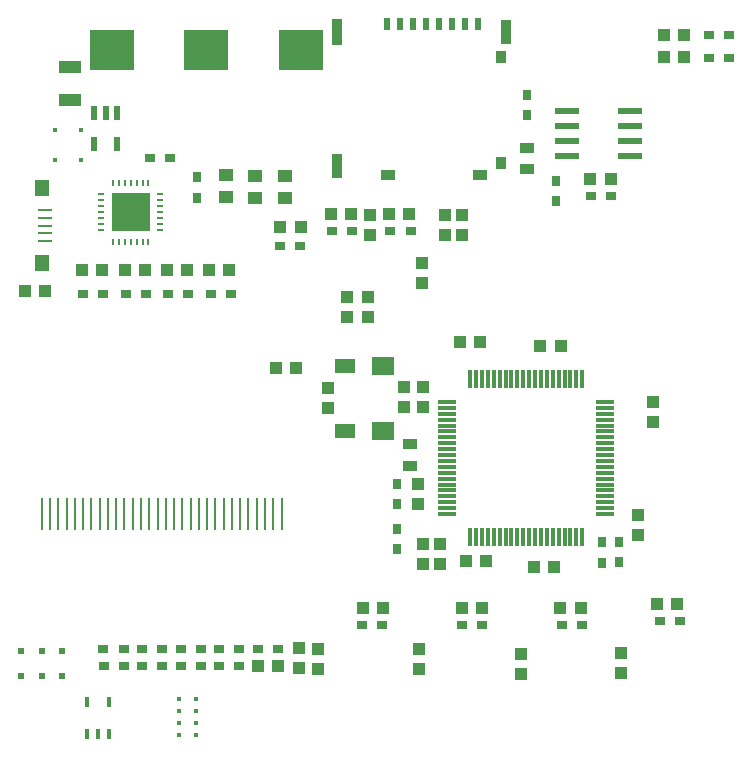
<source format=gbr>
%TF.GenerationSoftware,Novarm,DipTrace,3.2.0.1*%
%TF.CreationDate,2018-09-21T15:33:12-08:00*%
%FSLAX26Y26*%
%MOIN*%
%TF.FileFunction,Paste,Top*%
%TF.Part,Single*%
%AMOUTLINE0*
4,1,4,
-0.035433,0.019685,
-0.035433,-0.019685,
0.035433,-0.019685,
0.035433,0.019685,
-0.035433,0.019685,
0*%
%AMOUTLINE2*
4,1,4,
-0.023622,0.015748,
-0.023622,-0.015748,
0.023622,-0.015748,
0.023622,0.015748,
-0.023622,0.015748,
0*%
%AMOUTLINE3*
4,1,4,
-0.010827,-0.023622,
0.010827,-0.023622,
0.010827,0.023622,
-0.010827,0.023622,
-0.010827,-0.023622,
0*%
%ADD26R,0.03937X0.043307*%
%ADD27R,0.043307X0.03937*%
%ADD50R,0.062992X0.011811*%
%ADD51R,0.011811X0.062992*%
%ADD64R,0.07874X0.023622*%
%ADD66R,0.074803X0.059055*%
%ADD81R,0.066803X0.051055*%
%ADD89R,0.011685X0.003811*%
%ADD91R,0.003811X0.011685*%
%ADD93R,0.015622X0.035307*%
%ADD95R,0.007748X0.11011*%
%ADD97R,0.129795X0.129795*%
%ADD99O,0.003811X0.025465*%
%ADD101O,0.025465X0.003811*%
%ADD107R,0.021528X0.021528*%
%ADD111R,0.037669X0.041213*%
%ADD113R,0.037669X0.039244*%
%ADD115R,0.051055X0.037276*%
%ADD117R,0.037276X0.078614*%
%ADD119R,0.037276X0.090425*%
%ADD121R,0.023496X0.040819*%
%ADD125R,0.047118X0.054992*%
%ADD127R,0.04515X0.007748*%
%ADD133R,0.015622X0.015622*%
%ADD135R,0.051055X0.043181*%
%ADD137R,0.035307X0.03137*%
%ADD139R,0.03137X0.035307*%
%ADD141R,0.14948X0.133732*%
%ADD146OUTLINE0*%
%ADD148OUTLINE2*%
%ADD149OUTLINE3*%
G75*
G01*
%LPD*%
D141*
X1406202Y2734324D3*
X1091242D3*
X776281D3*
D26*
X1796824Y1287450D3*
Y1220521D3*
X1749809Y1543843D3*
Y1610772D3*
X1497617Y1541625D3*
Y1608554D3*
D139*
X1728075Y1221827D3*
Y1288756D3*
D26*
X1815427Y1543843D3*
Y1610772D3*
D139*
X1728075Y1137450D3*
Y1070521D3*
D27*
X2006032Y1762570D3*
X1939103D3*
X1956365Y1031257D3*
X2023294D3*
D26*
X2531200Y1118696D3*
Y1185625D3*
D27*
X2249756Y1012649D3*
X2182827D3*
D26*
X2580971Y1493848D3*
Y1560777D3*
D135*
X1156201Y2318701D3*
Y2243898D3*
D27*
X2206011Y1750071D3*
X2272940D3*
D139*
X1062452Y2310630D3*
Y2243701D3*
D135*
X1252987Y2315448D3*
Y2240645D3*
X1352978Y2315448D3*
Y2240645D3*
D137*
X749316Y737225D3*
X816246D3*
X878080D3*
X945009D3*
X1135607D3*
X1202536D3*
X1264370D3*
X1331299D3*
D139*
X2162265Y2518740D3*
Y2585670D3*
D137*
X816625Y680526D3*
X749696D3*
D26*
X1399950Y676772D3*
Y743701D3*
D27*
X1331299Y680969D3*
X1264370D3*
D26*
X1812302Y2025042D3*
Y1958113D3*
D137*
X1135692Y681201D3*
X1202621D3*
X1007110D3*
X1074040D3*
D133*
X676013Y2468746D3*
X589399D3*
X676013Y2368756D3*
X589399D3*
D146*
X637425Y2568735D3*
Y2678971D3*
D127*
X554235Y2201133D3*
Y2175542D3*
Y2149952D3*
Y2124361D3*
Y2098771D3*
D125*
X545377Y2275936D3*
Y2023967D3*
D121*
X1695110Y2820899D3*
X1738418D3*
X1781725D3*
X1825032D3*
X1868339D3*
X1911646D3*
X1954953D3*
X1998260D3*
D119*
X1528181Y2796109D3*
D117*
Y2350046D3*
D115*
X1697473Y2318550D3*
X2003772D3*
D113*
X2075032Y2357132D3*
D111*
Y2711462D3*
D117*
X2090780Y2796109D3*
D148*
X1771974Y1350042D3*
Y1420908D3*
X2162265Y2337509D3*
Y2408376D3*
D137*
X1106126Y1921928D3*
X1173055D3*
X965516D3*
X1032445D3*
X1337709Y2083452D3*
X1404638D3*
X824906Y1921928D3*
X891835D3*
X681171D3*
X748100D3*
X2605709Y831201D3*
X2672638D3*
X2278625Y818701D3*
X2345554D3*
X1945293D3*
X2012222D3*
X1611960D3*
X1678889D3*
X1705870Y2131374D3*
X1772799D3*
X1512100D3*
X1579029D3*
X2374743Y2250019D3*
X2441672D3*
X2768208Y2709334D3*
X2835137D3*
X2768208Y2784334D3*
X2835137D3*
D26*
X1631201Y1912452D3*
Y1845523D3*
D27*
X1339378Y2143874D3*
X1406307D3*
X1324853Y1675079D3*
X1391782D3*
X487441Y1931302D3*
X554370D3*
D26*
X1887625Y2118873D3*
Y2185802D3*
D139*
X2468483Y1094076D3*
Y1027147D3*
D27*
X821781Y2003170D3*
X888710D3*
X678046D3*
X744975D3*
D137*
X903929Y2375912D3*
X970858D3*
D27*
X1099877Y2003170D3*
X1166806D3*
D139*
X2412239Y1093890D3*
Y1026961D3*
D26*
X1562452Y1912452D3*
Y1845523D3*
D27*
X962391Y2003170D3*
X1029320D3*
X2662452Y887449D3*
X2595523D3*
X2339488Y874949D3*
X2272559D3*
X2012450Y874950D3*
X1945521D3*
X1681066Y874949D3*
X1614137D3*
X1701771Y2187452D3*
X1768700D3*
D26*
X1637450Y2118701D3*
Y2185630D3*
D27*
X1506198Y2187452D3*
X1573128D3*
D26*
X1943538Y2118782D3*
Y2185711D3*
D27*
X2372525Y2304045D3*
X2439454D3*
D26*
X1464774Y739696D3*
Y672767D3*
D137*
X1073772Y737225D3*
X1006843D3*
D26*
X1802310Y739696D3*
Y672767D3*
X2141673Y720944D3*
Y654015D3*
X2475170Y724983D3*
Y658054D3*
X1871067Y1089463D3*
Y1022534D3*
X1814811Y1089463D3*
Y1022534D3*
D27*
X2618467Y2712470D3*
X2685397D3*
X2616250Y2785244D3*
X2683179D3*
D137*
X878530Y681201D3*
X945460D3*
D139*
X2256201Y2233023D3*
Y2299952D3*
D107*
X474952Y731201D3*
X543701D3*
X612428Y731428D3*
X474942Y650187D3*
X543685D3*
X612428D3*
D50*
X1894685Y1562450D3*
Y1542765D3*
Y1523080D3*
Y1503395D3*
Y1483710D3*
Y1464025D3*
Y1444340D3*
Y1424655D3*
Y1404970D3*
Y1385285D3*
Y1365600D3*
Y1345915D3*
Y1326230D3*
Y1306545D3*
Y1286860D3*
Y1267175D3*
Y1247490D3*
Y1227805D3*
Y1208120D3*
Y1188435D3*
D51*
X1971457Y1111663D3*
X1991142D3*
X2010827D3*
X2030512D3*
X2050197D3*
X2069882D3*
X2089567D3*
X2109252D3*
X2128937D3*
X2148622D3*
X2168307D3*
X2187992D3*
X2207677D3*
X2227362D3*
X2247047D3*
X2266732D3*
X2286418D3*
X2306103D3*
X2325788D3*
X2345473D3*
D50*
X2422244Y1188435D3*
Y1208120D3*
Y1227805D3*
Y1247490D3*
Y1267175D3*
Y1286860D3*
Y1306545D3*
Y1326230D3*
Y1345915D3*
Y1365600D3*
Y1385285D3*
Y1404970D3*
Y1424655D3*
Y1444340D3*
Y1464025D3*
Y1483710D3*
Y1503395D3*
Y1523080D3*
Y1542765D3*
Y1562450D3*
D51*
X2345473Y1639222D3*
X2325788D3*
X2306103D3*
X2286418D3*
X2266732D3*
X2247047D3*
X2227362D3*
X2207677D3*
X2187992D3*
X2168307D3*
X2148622D3*
X2128937D3*
X2109252D3*
X2089567D3*
X2069882D3*
X2050197D3*
X2030512D3*
X2010827D3*
X1991142D3*
X1971457D3*
D149*
X793701Y2524949D3*
X756299D3*
X718898D3*
Y2422579D3*
X793701D3*
D101*
X741831Y2254307D3*
Y2234622D3*
Y2214937D3*
Y2195252D3*
Y2175567D3*
Y2155882D3*
Y2136197D3*
D99*
X781201Y2096827D3*
X800886D3*
X820571D3*
X840256D3*
X859941D3*
X879626D3*
X899311D3*
D101*
X938681Y2136197D3*
Y2155882D3*
Y2175567D3*
Y2195252D3*
Y2214937D3*
Y2234622D3*
Y2254307D3*
D99*
X899311Y2293677D3*
X879626D3*
X859941D3*
X840256D3*
X820571D3*
X800886D3*
X781201D3*
D97*
X840256Y2195252D3*
D95*
X543701Y1187454D3*
X571260D3*
X598819D3*
X626378D3*
X653937D3*
X681496D3*
X709055D3*
X736614D3*
X764173D3*
X791732D3*
X819292D3*
X846851D3*
X874410D3*
X901969D3*
X929528D3*
X957087D3*
X984646D3*
X1012205D3*
X1039764D3*
X1067323D3*
X1094882D3*
X1122441D3*
X1150000D3*
X1177559D3*
X1205118D3*
X1232677D3*
X1260236D3*
X1287795D3*
X1315355D3*
X1342914D3*
D93*
X693670Y456457D3*
X731071D3*
X768473D3*
Y562756D3*
X693670D3*
D91*
X1299950Y593701D3*
X1280265D3*
X1260580D3*
X1240895D3*
X1221210D3*
D89*
X1211368Y564173D3*
Y544488D3*
Y524803D3*
D91*
X1240895Y495276D3*
X1260580D3*
X1280265D3*
X1299950D3*
D89*
X1309793Y524803D3*
Y544488D3*
Y564173D3*
D91*
X1221210Y495276D3*
D64*
X2293502Y2531239D3*
Y2481239D3*
Y2431239D3*
Y2381239D3*
X2506100D3*
Y2431239D3*
Y2481239D3*
Y2531239D3*
D133*
X1002314Y453078D3*
X1057432D3*
Y492841D3*
X1002314D3*
Y532605D3*
X1057432D3*
Y572369D3*
X1002314D3*
D66*
X1681066Y1465726D3*
Y1682261D3*
D81*
X1555082D3*
Y1465726D3*
M02*

</source>
